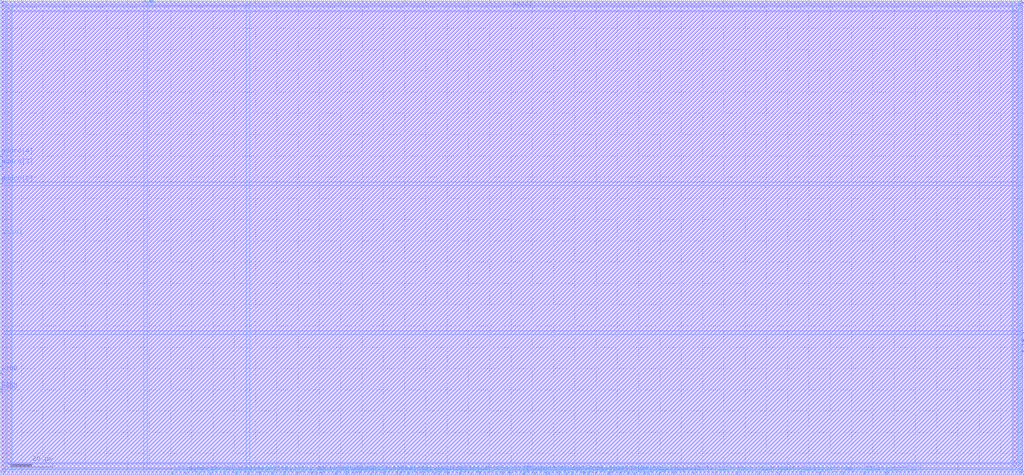
<source format=lef>
VERSION 5.4 ;
NAMESCASESENSITIVE ON ;
BUSBITCHARS "[]" ;
DIVIDERCHAR "/" ;
UNITS
  DATABASE MICRONS 2000 ;
END UNITS
MACRO sky130_sram_1kbyte_1rw_32x256_8
   CLASS BLOCK ;
   SIZE 481.14 BY 223.42 ;
   SYMMETRY X Y R90 ;
   PIN din0[0]
      DIRECTION INPUT ;
      PORT
         LAYER met4 ;
         RECT  116.28 0.0 116.66 1.06 ;
      END
   END din0[0]
   PIN din0[1]
      DIRECTION INPUT ;
      PORT
         LAYER met4 ;
         RECT  121.72 0.0 122.1 1.06 ;
      END
   END din0[1]
   PIN din0[2]
      DIRECTION INPUT ;
      PORT
         LAYER met4 ;
         RECT  127.84 0.0 128.22 1.06 ;
      END
   END din0[2]
   PIN din0[3]
      DIRECTION INPUT ;
      PORT
         LAYER met4 ;
         RECT  133.28 0.0 133.66 1.06 ;
      END
   END din0[3]
   PIN din0[4]
      DIRECTION INPUT ;
      PORT
         LAYER met4 ;
         RECT  139.4 0.0 139.78 1.06 ;
      END
   END din0[4]
   PIN din0[5]
      DIRECTION INPUT ;
      PORT
         LAYER met4 ;
         RECT  146.2 0.0 146.58 1.06 ;
      END
   END din0[5]
   PIN din0[6]
      DIRECTION INPUT ;
      PORT
         LAYER met4 ;
         RECT  150.96 0.0 151.34 1.06 ;
      END
   END din0[6]
   PIN din0[7]
      DIRECTION INPUT ;
      PORT
         LAYER met4 ;
         RECT  157.08 0.0 157.46 1.06 ;
      END
   END din0[7]
   PIN din0[8]
      DIRECTION INPUT ;
      PORT
         LAYER met4 ;
         RECT  162.52 0.0 162.9 1.06 ;
      END
   END din0[8]
   PIN din0[9]
      DIRECTION INPUT ;
      PORT
         LAYER met4 ;
         RECT  168.64 0.0 169.02 1.06 ;
      END
   END din0[9]
   PIN din0[10]
      DIRECTION INPUT ;
      PORT
         LAYER met4 ;
         RECT  174.08 0.0 174.46 1.06 ;
      END
   END din0[10]
   PIN din0[11]
      DIRECTION INPUT ;
      PORT
         LAYER met4 ;
         RECT  180.2 0.0 180.58 1.06 ;
      END
   END din0[11]
   PIN din0[12]
      DIRECTION INPUT ;
      PORT
         LAYER met4 ;
         RECT  186.32 0.0 186.7 1.06 ;
      END
   END din0[12]
   PIN din0[13]
      DIRECTION INPUT ;
      PORT
         LAYER met4 ;
         RECT  191.76 0.0 192.14 1.06 ;
      END
   END din0[13]
   PIN din0[14]
      DIRECTION INPUT ;
      PORT
         LAYER met4 ;
         RECT  198.56 0.0 198.94 1.06 ;
      END
   END din0[14]
   PIN din0[15]
      DIRECTION INPUT ;
      PORT
         LAYER met4 ;
         RECT  204.0 0.0 204.38 1.06 ;
      END
   END din0[15]
   PIN din0[16]
      DIRECTION INPUT ;
      PORT
         LAYER met4 ;
         RECT  210.12 0.0 210.5 1.06 ;
      END
   END din0[16]
   PIN din0[17]
      DIRECTION INPUT ;
      PORT
         LAYER met4 ;
         RECT  216.24 0.0 216.62 1.06 ;
      END
   END din0[17]
   PIN din0[18]
      DIRECTION INPUT ;
      PORT
         LAYER met4 ;
         RECT  221.0 0.0 221.38 1.06 ;
      END
   END din0[18]
   PIN din0[19]
      DIRECTION INPUT ;
      PORT
         LAYER met4 ;
         RECT  227.8 0.0 228.18 1.06 ;
      END
   END din0[19]
   PIN din0[20]
      DIRECTION INPUT ;
      PORT
         LAYER met4 ;
         RECT  233.24 0.0 233.62 1.06 ;
      END
   END din0[20]
   PIN din0[21]
      DIRECTION INPUT ;
      PORT
         LAYER met4 ;
         RECT  239.36 0.0 239.74 1.06 ;
      END
   END din0[21]
   PIN din0[22]
      DIRECTION INPUT ;
      PORT
         LAYER met4 ;
         RECT  245.48 0.0 245.86 1.06 ;
      END
   END din0[22]
   PIN din0[23]
      DIRECTION INPUT ;
      PORT
         LAYER met4 ;
         RECT  250.92 0.0 251.3 1.06 ;
      END
   END din0[23]
   PIN din0[24]
      DIRECTION INPUT ;
      PORT
         LAYER met4 ;
         RECT  256.36 0.0 256.74 1.06 ;
      END
   END din0[24]
   PIN din0[25]
      DIRECTION INPUT ;
      PORT
         LAYER met4 ;
         RECT  262.48 0.0 262.86 1.06 ;
      END
   END din0[25]
   PIN din0[26]
      DIRECTION INPUT ;
      PORT
         LAYER met4 ;
         RECT  268.6 0.0 268.98 1.06 ;
      END
   END din0[26]
   PIN din0[27]
      DIRECTION INPUT ;
      PORT
         LAYER met4 ;
         RECT  274.04 0.0 274.42 1.06 ;
      END
   END din0[27]
   PIN din0[28]
      DIRECTION INPUT ;
      PORT
         LAYER met4 ;
         RECT  279.48 0.0 279.86 1.06 ;
      END
   END din0[28]
   PIN din0[29]
      DIRECTION INPUT ;
      PORT
         LAYER met4 ;
         RECT  285.6 0.0 285.98 1.06 ;
      END
   END din0[29]
   PIN din0[30]
      DIRECTION INPUT ;
      PORT
         LAYER met4 ;
         RECT  291.04 0.0 291.42 1.06 ;
      END
   END din0[30]
   PIN din0[31]
      DIRECTION INPUT ;
      PORT
         LAYER met4 ;
         RECT  297.84 0.0 298.22 1.06 ;
      END
   END din0[31]
   PIN din0[32]
      DIRECTION INPUT ;
      PORT
         LAYER met4 ;
         RECT  302.6 0.0 302.98 1.06 ;
      END
   END din0[32]
   PIN addr0[0]
      DIRECTION INPUT ;
      PORT
         LAYER met4 ;
         RECT  80.92 0.0 81.3 1.06 ;
      END
   END addr0[0]
   PIN addr0[1]
      DIRECTION INPUT ;
      PORT
         LAYER met4 ;
         RECT  87.04 0.0 87.42 1.06 ;
      END
   END addr0[1]
   PIN addr0[2]
      DIRECTION INPUT ;
      PORT
         LAYER met3 ;
         RECT  0.0 136.68 1.06 137.06 ;
      END
   END addr0[2]
   PIN addr0[3]
      DIRECTION INPUT ;
      PORT
         LAYER met3 ;
         RECT  0.0 144.84 1.06 145.22 ;
      END
   END addr0[3]
   PIN addr0[4]
      DIRECTION INPUT ;
      PORT
         LAYER met3 ;
         RECT  0.0 149.6 1.06 149.98 ;
      END
   END addr0[4]
   PIN addr0[5]
      DIRECTION INPUT ;
      PORT
         LAYER met4 ;
         RECT  68.0 222.36 68.38 223.42 ;
      END
   END addr0[5]
   PIN addr0[6]
      DIRECTION INPUT ;
      PORT
         LAYER met4 ;
         RECT  71.4 222.36 71.78 223.42 ;
      END
   END addr0[6]
   PIN addr0[7]
      DIRECTION INPUT ;
      PORT
         LAYER met4 ;
         RECT  70.72 222.36 71.1 223.42 ;
      END
   END addr0[7]
   PIN addr0[8]
      DIRECTION INPUT ;
      PORT
         LAYER met4 ;
         RECT  70.04 222.36 70.42 223.42 ;
      END
   END addr0[8]
   PIN csb0
      DIRECTION INPUT ;
      PORT
         LAYER met3 ;
         RECT  0.0 38.76 1.06 39.14 ;
      END
   END csb0
   PIN web0
      DIRECTION INPUT ;
      PORT
         LAYER met3 ;
         RECT  0.0 47.6 1.06 47.98 ;
      END
   END web0
   PIN clk0
      DIRECTION INPUT ;
      PORT
         LAYER met3 ;
         RECT  0.0 40.12 1.06 40.5 ;
      END
   END clk0
   PIN wmask0[0]
      DIRECTION INPUT ;
      PORT
         LAYER met4 ;
         RECT  93.16 0.0 93.54 1.06 ;
      END
   END wmask0[0]
   PIN wmask0[1]
      DIRECTION INPUT ;
      PORT
         LAYER met4 ;
         RECT  98.6 0.0 98.98 1.06 ;
      END
   END wmask0[1]
   PIN wmask0[2]
      DIRECTION INPUT ;
      PORT
         LAYER met4 ;
         RECT  105.4 0.0 105.78 1.06 ;
      END
   END wmask0[2]
   PIN wmask0[3]
      DIRECTION INPUT ;
      PORT
         LAYER met4 ;
         RECT  110.84 0.0 111.22 1.06 ;
      END
   END wmask0[3]
   PIN spare_wen0
      DIRECTION INPUT ;
      PORT
         LAYER met4 ;
         RECT  309.4 0.0 309.78 1.06 ;
      END
   END spare_wen0
   PIN dout0[0]
      DIRECTION OUTPUT ;
      PORT
         LAYER met4 ;
         RECT  148.24 0.0 148.62 1.06 ;
      END
   END dout0[0]
   PIN dout0[1]
      DIRECTION OUTPUT ;
      PORT
         LAYER met4 ;
         RECT  157.76 0.0 158.14 1.06 ;
      END
   END dout0[1]
   PIN dout0[2]
      DIRECTION OUTPUT ;
      PORT
         LAYER met4 ;
         RECT  165.92 0.0 166.3 1.06 ;
      END
   END dout0[2]
   PIN dout0[3]
      DIRECTION OUTPUT ;
      PORT
         LAYER met4 ;
         RECT  176.12 0.0 176.5 1.06 ;
      END
   END dout0[3]
   PIN dout0[4]
      DIRECTION OUTPUT ;
      PORT
         LAYER met4 ;
         RECT  187.68 0.0 188.06 1.06 ;
      END
   END dout0[4]
   PIN dout0[5]
      DIRECTION OUTPUT ;
      PORT
         LAYER met4 ;
         RECT  195.84 0.0 196.22 1.06 ;
      END
   END dout0[5]
   PIN dout0[6]
      DIRECTION OUTPUT ;
      PORT
         LAYER met4 ;
         RECT  206.04 0.0 206.42 1.06 ;
      END
   END dout0[6]
   PIN dout0[7]
      DIRECTION OUTPUT ;
      PORT
         LAYER met4 ;
         RECT  215.56 0.0 215.94 1.06 ;
      END
   END dout0[7]
   PIN dout0[8]
      DIRECTION OUTPUT ;
      PORT
         LAYER met4 ;
         RECT  225.08 0.0 225.46 1.06 ;
      END
   END dout0[8]
   PIN dout0[9]
      DIRECTION OUTPUT ;
      PORT
         LAYER met4 ;
         RECT  235.96 0.0 236.34 1.06 ;
      END
   END dout0[9]
   PIN dout0[10]
      DIRECTION OUTPUT ;
      PORT
         LAYER met4 ;
         RECT  246.16 0.0 246.54 1.06 ;
      END
   END dout0[10]
   PIN dout0[11]
      DIRECTION OUTPUT ;
      PORT
         LAYER met4 ;
         RECT  257.72 0.0 258.1 1.06 ;
      END
   END dout0[11]
   PIN dout0[12]
      DIRECTION OUTPUT ;
      PORT
         LAYER met4 ;
         RECT  265.88 0.0 266.26 1.06 ;
      END
   END dout0[12]
   PIN dout0[13]
      DIRECTION OUTPUT ;
      PORT
         LAYER met4 ;
         RECT  276.08 0.0 276.46 1.06 ;
      END
   END dout0[13]
   PIN dout0[14]
      DIRECTION OUTPUT ;
      PORT
         LAYER met4 ;
         RECT  286.28 0.0 286.66 1.06 ;
      END
   END dout0[14]
   PIN dout0[15]
      DIRECTION OUTPUT ;
      PORT
         LAYER met4 ;
         RECT  295.12 0.0 295.5 1.06 ;
      END
   END dout0[15]
   PIN dout0[16]
      DIRECTION OUTPUT ;
      PORT
         LAYER met4 ;
         RECT  304.64 0.0 305.02 1.06 ;
      END
   END dout0[16]
   PIN dout0[17]
      DIRECTION OUTPUT ;
      PORT
         LAYER met4 ;
         RECT  316.2 0.0 316.58 1.06 ;
      END
   END dout0[17]
   PIN dout0[18]
      DIRECTION OUTPUT ;
      PORT
         LAYER met4 ;
         RECT  325.72 0.0 326.1 1.06 ;
      END
   END dout0[18]
   PIN dout0[19]
      DIRECTION OUTPUT ;
      PORT
         LAYER met4 ;
         RECT  335.92 0.0 336.3 1.06 ;
      END
   END dout0[19]
   PIN dout0[20]
      DIRECTION OUTPUT ;
      PORT
         LAYER met4 ;
         RECT  346.12 0.0 346.5 1.06 ;
      END
   END dout0[20]
   PIN dout0[21]
      DIRECTION OUTPUT ;
      PORT
         LAYER met4 ;
         RECT  356.32 0.0 356.7 1.06 ;
      END
   END dout0[21]
   PIN dout0[22]
      DIRECTION OUTPUT ;
      PORT
         LAYER met4 ;
         RECT  365.84 0.0 366.22 1.06 ;
      END
   END dout0[22]
   PIN dout0[23]
      DIRECTION OUTPUT ;
      PORT
         LAYER met4 ;
         RECT  376.04 0.0 376.42 1.06 ;
      END
   END dout0[23]
   PIN dout0[24]
      DIRECTION OUTPUT ;
      PORT
         LAYER met4 ;
         RECT  384.88 0.0 385.26 1.06 ;
      END
   END dout0[24]
   PIN dout0[25]
      DIRECTION OUTPUT ;
      PORT
         LAYER met4 ;
         RECT  395.76 0.0 396.14 1.06 ;
      END
   END dout0[25]
   PIN dout0[26]
      DIRECTION OUTPUT ;
      PORT
         LAYER met4 ;
         RECT  405.96 0.0 406.34 1.06 ;
      END
   END dout0[26]
   PIN dout0[27]
      DIRECTION OUTPUT ;
      PORT
         LAYER met4 ;
         RECT  416.16 0.0 416.54 1.06 ;
      END
   END dout0[27]
   PIN dout0[28]
      DIRECTION OUTPUT ;
      PORT
         LAYER met3 ;
         RECT  480.08 66.64 481.14 67.02 ;
      END
   END dout0[28]
   PIN dout0[29]
      DIRECTION OUTPUT ;
      PORT
         LAYER met3 ;
         RECT  480.08 57.8 481.14 58.18 ;
      END
   END dout0[29]
   PIN dout0[30]
      DIRECTION OUTPUT ;
      PORT
         LAYER met3 ;
         RECT  480.08 61.2 481.14 61.58 ;
      END
   END dout0[30]
   PIN dout0[31]
      DIRECTION OUTPUT ;
      PORT
         LAYER met3 ;
         RECT  480.08 63.24 481.14 63.62 ;
      END
   END dout0[31]
   PIN dout0[32]
      DIRECTION OUTPUT ;
      PORT
         LAYER met3 ;
         RECT  480.08 62.56 481.14 62.94 ;
      END
   END dout0[32]
   PIN vccd1
      DIRECTION INOUT ;
      USE POWER ; 
      SHAPE ABUTMENT ; 
      PORT
         LAYER met3 ;
         RECT  3.4 3.4 477.74 5.14 ;
         LAYER met4 ;
         RECT  3.4 3.4 5.14 220.02 ;
         LAYER met4 ;
         RECT  476.0 3.4 477.74 220.02 ;
         LAYER met3 ;
         RECT  3.4 218.28 477.74 220.02 ;
      END
   END vccd1
   PIN vssd1
      DIRECTION INOUT ;
      USE GROUND ; 
      SHAPE ABUTMENT ; 
      PORT
         LAYER met4 ;
         RECT  479.4 0.0 481.14 223.42 ;
         LAYER met4 ;
         RECT  0.0 0.0 1.74 223.42 ;
         LAYER met3 ;
         RECT  0.0 0.0 481.14 1.74 ;
         LAYER met3 ;
         RECT  0.0 221.68 481.14 223.42 ;
      END
   END vssd1
   OBS
   LAYER  met1 ;
      RECT  0.62 0.62 480.52 222.8 ;
   LAYER  met2 ;
      RECT  0.62 0.62 480.52 222.8 ;
   LAYER  met3 ;
      RECT  1.66 136.08 480.52 137.66 ;
      RECT  0.62 137.66 1.66 144.24 ;
      RECT  0.62 145.82 1.66 149.0 ;
      RECT  0.62 48.58 1.66 136.08 ;
      RECT  0.62 41.1 1.66 47.0 ;
      RECT  1.66 66.04 479.48 67.62 ;
      RECT  1.66 67.62 479.48 136.08 ;
      RECT  479.48 67.62 480.52 136.08 ;
      RECT  479.48 58.78 480.52 60.6 ;
      RECT  479.48 64.22 480.52 66.04 ;
      RECT  1.66 2.8 2.8 5.74 ;
      RECT  1.66 5.74 2.8 66.04 ;
      RECT  2.8 5.74 478.34 66.04 ;
      RECT  478.34 2.8 479.48 5.74 ;
      RECT  478.34 5.74 479.48 66.04 ;
      RECT  1.66 137.66 2.8 217.68 ;
      RECT  1.66 217.68 2.8 220.62 ;
      RECT  2.8 137.66 478.34 217.68 ;
      RECT  478.34 137.66 480.52 217.68 ;
      RECT  478.34 217.68 480.52 220.62 ;
      RECT  0.62 2.34 1.66 38.16 ;
      RECT  479.48 2.34 480.52 57.2 ;
      RECT  1.66 2.34 2.8 2.8 ;
      RECT  2.8 2.34 478.34 2.8 ;
      RECT  478.34 2.34 479.48 2.8 ;
      RECT  0.62 150.58 1.66 221.08 ;
      RECT  1.66 220.62 2.8 221.08 ;
      RECT  2.8 220.62 478.34 221.08 ;
      RECT  478.34 220.62 480.52 221.08 ;
   LAYER  met4 ;
      RECT  115.68 1.66 117.26 222.8 ;
      RECT  117.26 0.62 121.12 1.66 ;
      RECT  122.7 0.62 127.24 1.66 ;
      RECT  128.82 0.62 132.68 1.66 ;
      RECT  134.26 0.62 138.8 1.66 ;
      RECT  140.38 0.62 145.6 1.66 ;
      RECT  151.94 0.62 156.48 1.66 ;
      RECT  169.62 0.62 173.48 1.66 ;
      RECT  181.18 0.62 185.72 1.66 ;
      RECT  199.54 0.62 203.4 1.66 ;
      RECT  217.22 0.62 220.4 1.66 ;
      RECT  228.78 0.62 232.64 1.66 ;
      RECT  240.34 0.62 244.88 1.66 ;
      RECT  251.9 0.62 255.76 1.66 ;
      RECT  269.58 0.62 273.44 1.66 ;
      RECT  280.46 0.62 285.0 1.66 ;
      RECT  298.82 0.62 302.0 1.66 ;
      RECT  81.9 0.62 86.44 1.66 ;
      RECT  67.4 1.66 68.98 221.76 ;
      RECT  68.98 1.66 115.68 221.76 ;
      RECT  72.38 221.76 115.68 222.8 ;
      RECT  68.98 221.76 69.44 222.8 ;
      RECT  88.02 0.62 92.56 1.66 ;
      RECT  94.14 0.62 98.0 1.66 ;
      RECT  99.58 0.62 104.8 1.66 ;
      RECT  106.38 0.62 110.24 1.66 ;
      RECT  111.82 0.62 115.68 1.66 ;
      RECT  147.18 0.62 147.64 1.66 ;
      RECT  149.22 0.62 150.36 1.66 ;
      RECT  158.74 0.62 161.92 1.66 ;
      RECT  163.5 0.62 165.32 1.66 ;
      RECT  166.9 0.62 168.04 1.66 ;
      RECT  175.06 0.62 175.52 1.66 ;
      RECT  177.1 0.62 179.6 1.66 ;
      RECT  188.66 0.62 191.16 1.66 ;
      RECT  192.74 0.62 195.24 1.66 ;
      RECT  196.82 0.62 197.96 1.66 ;
      RECT  204.98 0.62 205.44 1.66 ;
      RECT  207.02 0.62 209.52 1.66 ;
      RECT  211.1 0.62 214.96 1.66 ;
      RECT  221.98 0.62 224.48 1.66 ;
      RECT  226.06 0.62 227.2 1.66 ;
      RECT  234.22 0.62 235.36 1.66 ;
      RECT  236.94 0.62 238.76 1.66 ;
      RECT  247.14 0.62 250.32 1.66 ;
      RECT  258.7 0.62 261.88 1.66 ;
      RECT  263.46 0.62 265.28 1.66 ;
      RECT  266.86 0.62 268.0 1.66 ;
      RECT  275.02 0.62 275.48 1.66 ;
      RECT  277.06 0.62 278.88 1.66 ;
      RECT  287.26 0.62 290.44 1.66 ;
      RECT  292.02 0.62 294.52 1.66 ;
      RECT  296.1 0.62 297.24 1.66 ;
      RECT  303.58 0.62 304.04 1.66 ;
      RECT  305.62 0.62 308.8 1.66 ;
      RECT  310.38 0.62 315.6 1.66 ;
      RECT  317.18 0.62 325.12 1.66 ;
      RECT  326.7 0.62 335.32 1.66 ;
      RECT  336.9 0.62 345.52 1.66 ;
      RECT  347.1 0.62 355.72 1.66 ;
      RECT  357.3 0.62 365.24 1.66 ;
      RECT  366.82 0.62 375.44 1.66 ;
      RECT  377.02 0.62 384.28 1.66 ;
      RECT  385.86 0.62 395.16 1.66 ;
      RECT  396.74 0.62 405.36 1.66 ;
      RECT  406.94 0.62 415.56 1.66 ;
      RECT  2.8 1.66 5.74 2.8 ;
      RECT  2.8 220.62 5.74 221.76 ;
      RECT  5.74 1.66 67.4 2.8 ;
      RECT  5.74 2.8 67.4 220.62 ;
      RECT  5.74 220.62 67.4 221.76 ;
      RECT  117.26 1.66 475.4 2.8 ;
      RECT  117.26 2.8 475.4 220.62 ;
      RECT  117.26 220.62 475.4 222.8 ;
      RECT  475.4 1.66 478.34 2.8 ;
      RECT  475.4 220.62 478.34 222.8 ;
      RECT  417.14 0.62 478.8 1.66 ;
      RECT  478.34 1.66 478.8 2.8 ;
      RECT  478.34 2.8 478.8 220.62 ;
      RECT  478.34 220.62 478.8 222.8 ;
      RECT  2.34 0.62 80.32 1.66 ;
      RECT  2.34 221.76 67.4 222.8 ;
      RECT  2.34 1.66 2.8 2.8 ;
      RECT  2.34 2.8 2.8 220.62 ;
      RECT  2.34 220.62 2.8 221.76 ;
   END
END    sky130_sram_1kbyte_1rw_32x256_8
END    LIBRARY

</source>
